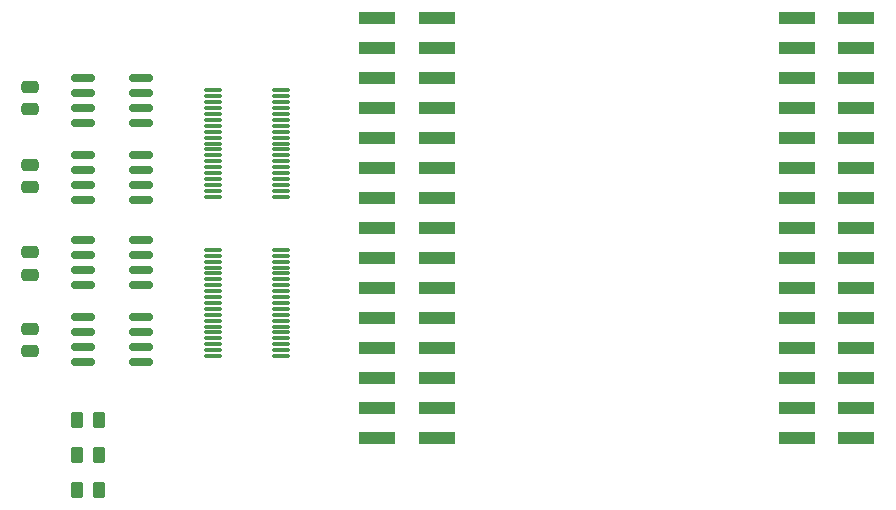
<source format=gbr>
%TF.GenerationSoftware,KiCad,Pcbnew,9.0.7*%
%TF.CreationDate,2026-02-19T21:01:26-05:00*%
%TF.ProjectId,DAC8822,44414338-3832-4322-9e6b-696361645f70,rev?*%
%TF.SameCoordinates,Original*%
%TF.FileFunction,Paste,Top*%
%TF.FilePolarity,Positive*%
%FSLAX46Y46*%
G04 Gerber Fmt 4.6, Leading zero omitted, Abs format (unit mm)*
G04 Created by KiCad (PCBNEW 9.0.7) date 2026-02-19 21:01:26*
%MOMM*%
%LPD*%
G01*
G04 APERTURE LIST*
G04 Aperture macros list*
%AMRoundRect*
0 Rectangle with rounded corners*
0 $1 Rounding radius*
0 $2 $3 $4 $5 $6 $7 $8 $9 X,Y pos of 4 corners*
0 Add a 4 corners polygon primitive as box body*
4,1,4,$2,$3,$4,$5,$6,$7,$8,$9,$2,$3,0*
0 Add four circle primitives for the rounded corners*
1,1,$1+$1,$2,$3*
1,1,$1+$1,$4,$5*
1,1,$1+$1,$6,$7*
1,1,$1+$1,$8,$9*
0 Add four rect primitives between the rounded corners*
20,1,$1+$1,$2,$3,$4,$5,0*
20,1,$1+$1,$4,$5,$6,$7,0*
20,1,$1+$1,$6,$7,$8,$9,0*
20,1,$1+$1,$8,$9,$2,$3,0*%
G04 Aperture macros list end*
%ADD10RoundRect,0.150000X0.825000X0.150000X-0.825000X0.150000X-0.825000X-0.150000X0.825000X-0.150000X0*%
%ADD11RoundRect,0.075000X-0.662500X-0.075000X0.662500X-0.075000X0.662500X0.075000X-0.662500X0.075000X0*%
%ADD12RoundRect,0.250000X-0.475000X0.250000X-0.475000X-0.250000X0.475000X-0.250000X0.475000X0.250000X0*%
%ADD13RoundRect,0.250000X-0.262500X-0.450000X0.262500X-0.450000X0.262500X0.450000X-0.262500X0.450000X0*%
%ADD14R,3.150000X1.000000*%
G04 APERTURE END LIST*
D10*
%TO.C,U6*%
X100450000Y-105500000D03*
X100450000Y-104230000D03*
X100450000Y-102960000D03*
X100450000Y-101690000D03*
X95500000Y-101690000D03*
X95500000Y-102960000D03*
X95500000Y-104230000D03*
X95500000Y-105500000D03*
%TD*%
D11*
%TO.C,U2*%
X106575000Y-89000000D03*
X106575000Y-89500000D03*
X106575000Y-90000000D03*
X106575000Y-90500000D03*
X106575000Y-91000000D03*
X106575000Y-91500000D03*
X106575000Y-92000000D03*
X106575000Y-92500000D03*
X106575000Y-93000000D03*
X106575000Y-93500000D03*
X106575000Y-94000000D03*
X106575000Y-94500000D03*
X106575000Y-95000000D03*
X106575000Y-95500000D03*
X106575000Y-96000000D03*
X106575000Y-96500000D03*
X106575000Y-97000000D03*
X106575000Y-97500000D03*
X106575000Y-98000000D03*
X112300000Y-98000000D03*
X112300000Y-97500000D03*
X112300000Y-97000000D03*
X112300000Y-96500000D03*
X112300000Y-96000000D03*
X112300000Y-95500000D03*
X112300000Y-95000000D03*
X112300000Y-94500000D03*
X112300000Y-94000000D03*
X112300000Y-93500000D03*
X112300000Y-93000000D03*
X112300000Y-92500000D03*
X112300000Y-92000000D03*
X112300000Y-91500000D03*
X112300000Y-91000000D03*
X112300000Y-90500000D03*
X112300000Y-90000000D03*
X112300000Y-89500000D03*
X112300000Y-89000000D03*
%TD*%
D12*
%TO.C,C4*%
X91045000Y-109195000D03*
X91045000Y-111095000D03*
%TD*%
D10*
%TO.C,U4*%
X100450000Y-91750000D03*
X100450000Y-90480000D03*
X100450000Y-89210000D03*
X100450000Y-87940000D03*
X95500000Y-87940000D03*
X95500000Y-89210000D03*
X95500000Y-90480000D03*
X95500000Y-91750000D03*
%TD*%
D12*
%TO.C,C3*%
X91045000Y-102695000D03*
X91045000Y-104595000D03*
%TD*%
D10*
%TO.C,U7*%
X100450000Y-112000000D03*
X100450000Y-110730000D03*
X100450000Y-109460000D03*
X100450000Y-108190000D03*
X95500000Y-108190000D03*
X95500000Y-109460000D03*
X95500000Y-110730000D03*
X95500000Y-112000000D03*
%TD*%
D13*
%TO.C,R3*%
X95057500Y-122800000D03*
X96882500Y-122800000D03*
%TD*%
D14*
%TO.C,U3*%
X120437184Y-82858885D03*
X125487184Y-82858885D03*
X120437184Y-85398885D03*
X125487184Y-85398885D03*
X120437184Y-87938885D03*
X125487184Y-87938885D03*
X120437184Y-90478885D03*
X125487184Y-90478885D03*
X120437184Y-93018885D03*
X125487184Y-93018885D03*
X120437184Y-95558885D03*
X125487184Y-95558885D03*
X120437184Y-98098885D03*
X125487184Y-98098885D03*
X120437184Y-100638885D03*
X125487184Y-100638885D03*
X120437184Y-103178885D03*
X125487184Y-103178885D03*
X120437184Y-105718885D03*
X125487184Y-105718885D03*
X120437184Y-108258885D03*
X125487184Y-108258885D03*
X120437184Y-110798885D03*
X125487184Y-110798885D03*
X120437184Y-113338885D03*
X125487184Y-113338885D03*
X120437184Y-115878885D03*
X125487184Y-115878885D03*
X120437184Y-118418885D03*
X125487184Y-118418885D03*
X155967184Y-118418885D03*
X161017184Y-118418885D03*
X155967184Y-115878885D03*
X161017184Y-115878885D03*
X155967184Y-113338885D03*
X161017184Y-113338885D03*
X155967184Y-110798885D03*
X161017184Y-110798885D03*
X155967184Y-108258885D03*
X161017184Y-108258885D03*
X155967184Y-105718885D03*
X161017184Y-105718885D03*
X155967184Y-103178885D03*
X161017184Y-103178885D03*
X155967184Y-100638885D03*
X161017184Y-100638885D03*
X155967184Y-98098885D03*
X161017184Y-98098885D03*
X155967184Y-95558885D03*
X161017184Y-95558885D03*
X155967184Y-93018885D03*
X161017184Y-93018885D03*
X155967184Y-90478885D03*
X161017184Y-90478885D03*
X155967184Y-87938885D03*
X161017184Y-87938885D03*
X155967184Y-85398885D03*
X161017184Y-85398885D03*
X155967184Y-82858885D03*
X161017184Y-82858885D03*
%TD*%
D10*
%TO.C,U5*%
X100450000Y-98250000D03*
X100450000Y-96980000D03*
X100450000Y-95710000D03*
X100450000Y-94440000D03*
X95500000Y-94440000D03*
X95500000Y-95710000D03*
X95500000Y-96980000D03*
X95500000Y-98250000D03*
%TD*%
D13*
%TO.C,R2*%
X95057500Y-119850000D03*
X96882500Y-119850000D03*
%TD*%
D12*
%TO.C,C1*%
X91045000Y-88695000D03*
X91045000Y-90595000D03*
%TD*%
D13*
%TO.C,R1*%
X95057500Y-116900000D03*
X96882500Y-116900000D03*
%TD*%
D11*
%TO.C,U1*%
X106575000Y-102500000D03*
X106575000Y-103000000D03*
X106575000Y-103500000D03*
X106575000Y-104000000D03*
X106575000Y-104500000D03*
X106575000Y-105000000D03*
X106575000Y-105500000D03*
X106575000Y-106000000D03*
X106575000Y-106500000D03*
X106575000Y-107000000D03*
X106575000Y-107500000D03*
X106575000Y-108000000D03*
X106575000Y-108500000D03*
X106575000Y-109000000D03*
X106575000Y-109500000D03*
X106575000Y-110000000D03*
X106575000Y-110500000D03*
X106575000Y-111000000D03*
X106575000Y-111500000D03*
X112300000Y-111500000D03*
X112300000Y-111000000D03*
X112300000Y-110500000D03*
X112300000Y-110000000D03*
X112300000Y-109500000D03*
X112300000Y-109000000D03*
X112300000Y-108500000D03*
X112300000Y-108000000D03*
X112300000Y-107500000D03*
X112300000Y-107000000D03*
X112300000Y-106500000D03*
X112300000Y-106000000D03*
X112300000Y-105500000D03*
X112300000Y-105000000D03*
X112300000Y-104500000D03*
X112300000Y-104000000D03*
X112300000Y-103500000D03*
X112300000Y-103000000D03*
X112300000Y-102500000D03*
%TD*%
D12*
%TO.C,C2*%
X91045000Y-95315000D03*
X91045000Y-97215000D03*
%TD*%
M02*

</source>
